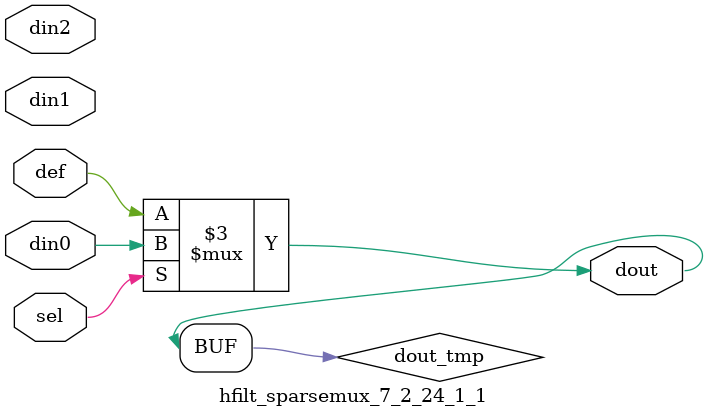
<source format=v>
`timescale 1ns / 1ps

module hfilt_sparsemux_7_2_24_1_1 (din0,din1,din2,def,sel,dout);

parameter din0_WIDTH = 1;

parameter din1_WIDTH = 1;

parameter din2_WIDTH = 1;

parameter def_WIDTH = 1;
parameter sel_WIDTH = 1;
parameter dout_WIDTH = 1;

parameter [sel_WIDTH-1:0] CASE0 = 1;

parameter [sel_WIDTH-1:0] CASE1 = 1;

parameter [sel_WIDTH-1:0] CASE2 = 1;

parameter ID = 1;
parameter NUM_STAGE = 1;



input [din0_WIDTH-1:0] din0;

input [din1_WIDTH-1:0] din1;

input [din2_WIDTH-1:0] din2;

input [def_WIDTH-1:0] def;
input [sel_WIDTH-1:0] sel;

output [dout_WIDTH-1:0] dout;



reg [dout_WIDTH-1:0] dout_tmp;

always @ (*) begin
case (sel)
    
    CASE0 : dout_tmp = din0;
    
    CASE1 : dout_tmp = din1;
    
    CASE2 : dout_tmp = din2;
    
    default : dout_tmp = def;
endcase
end


assign dout = dout_tmp;



endmodule

</source>
